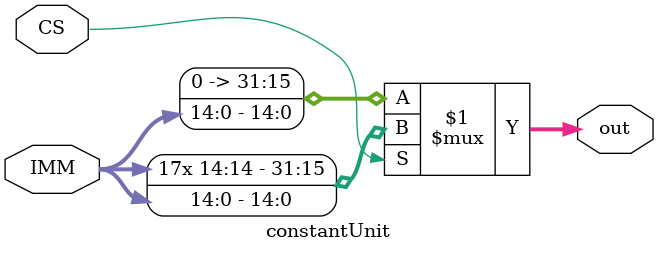
<source format=v>
module constantUnit(
    input wire [14:0] IMM,    // 15-bit Immediate value
    input wire CS,            // Constant Select (0: Zero-extend, 1: Sign-extend)
    output wire [31:0] out    // Extended immediate value
);
    /*
     * Constant Unit - Pipeline Stage: Decode & Operand Fetch (DOF)
     * 
     * This module handles immediate value extension:
     * - Sign extension for signed immediate values (CS = 1)
     * - Zero extension for unsigned immediate values (CS = 0)
     * 
     * The immediate field is now 15 bits as per the instruction format.
     */

    // Sign extension or zero extension based on CS
    assign out = CS ? {{17{IMM[14]}}, IMM} : {17'b0, IMM};

endmodule

</source>
